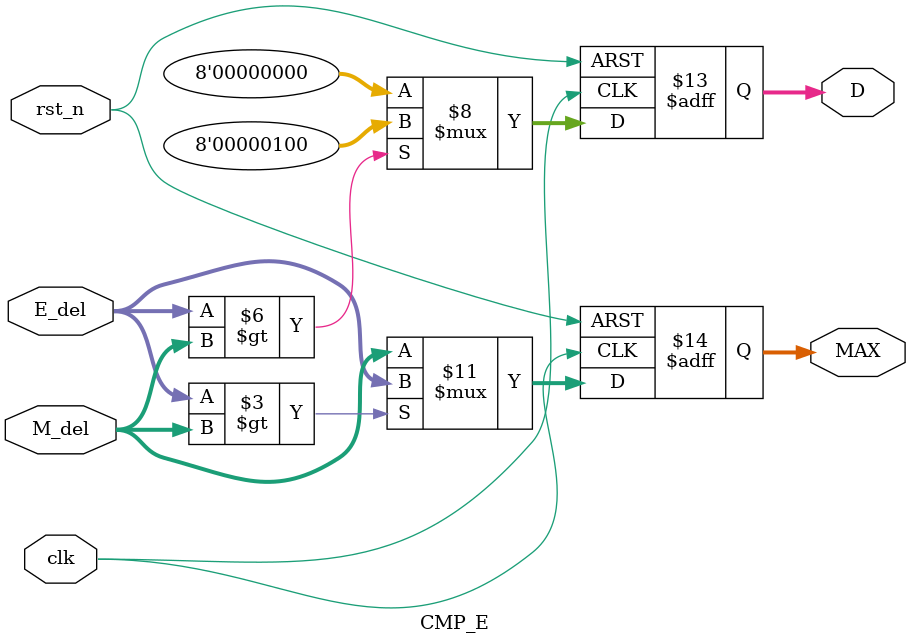
<source format=v>
`timescale 1ns / 1ps


module CMP_E #(
	parameter DATA_WIDTH = 16,
	parameter BT_WIDTH = 8

)
(
	//===============Input=============//
	clk,
	rst_n,
	E_del,
	M_del,
	//================Output===========//
	MAX,
	D
);

input wire clk;
input wire rst_n;

input wire signed [DATA_WIDTH-1 : 0] E_del;
input wire signed [DATA_WIDTH-1 : 0] M_del;

output reg signed [DATA_WIDTH-1 : 0] MAX;
output reg [BT_WIDTH-1 : 0] D;

always @(posedge clk or negedge rst_n) begin
	if (~rst_n) begin
		MAX <= 16'hFFFF;
	end
	else if (E_del > M_del) begin
		MAX <= E_del;
	end
	else begin
		MAX <= M_del;
	end
end

always @(posedge clk or negedge rst_n) begin
	if (~rst_n) begin
		D <= 8'hFF;
	end
	else if (E_del > M_del) begin
		D <= 8'b100;
	end
	else begin
		D <= 8'd0;
	end
end
endmodule

</source>
